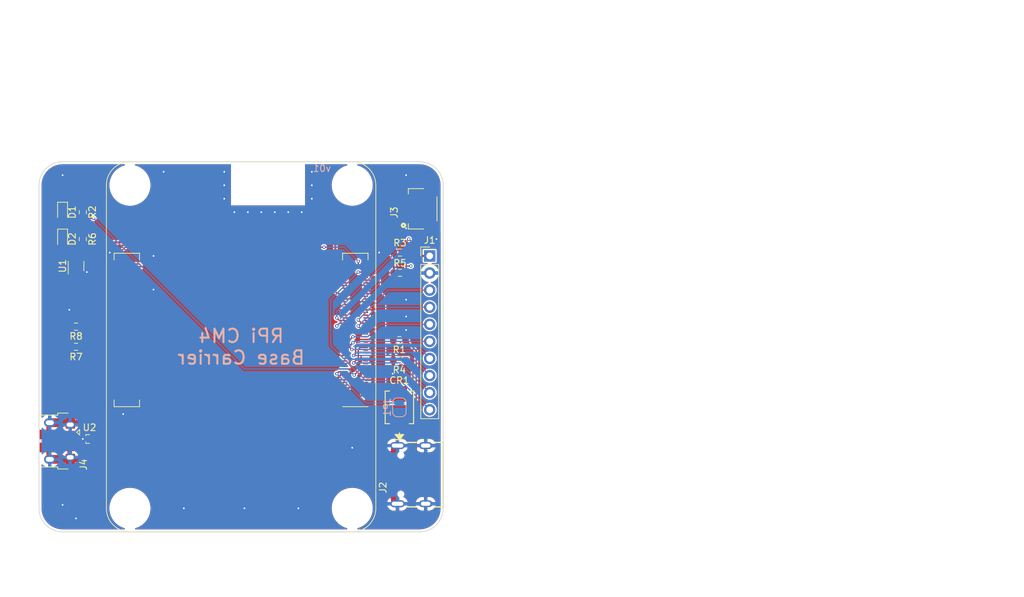
<source format=kicad_pcb>
(kicad_pcb (version 20221018) (generator pcbnew)
  (title_block (title "Raspberry Pi Compute Module 4 Carrier Template") (date "2020-10-31") (rev "v01") (comment 2 "creativecommons.org/licenses/by/4.0/") (comment 3 "License: CC BY-SA 4.0") (comment 4 "Author: Shawn Hymel"))
  (layers (0 "F.Cu" signal) (31 "B.Cu" signal) (34 "B.Paste" user) (35 "F.Paste" user) (36 "B.SilkS" user "B.Silkscreen") (37 "F.SilkS" user "F.Silkscreen") (38 "B.Mask" user) (39 "F.Mask" user) (44 "Edge.Cuts" user))
  (net 0 "")
  (net 1 "Net-(Module1-Pad200)")
  (net 2 "Net-(Module1-Pad199)")
  (net 3 "GND")
  (net 4 "+5V")
  (net 5 "Net-(Module1-Pad196)")
  (net 6 "Net-(Module1-Pad195)")
  (net 7 "Net-(Module1-Pad194)")
  (net 8 "Net-(Module1-Pad193)")
  (net 9 "+3.3V")
  (net 10 "Net-(D1-Pad1)")
  (net 11 "Net-(Module1-Pad190)")
  (net 12 "Net-(Module1-Pad189)")
  (net 13 "Net-(Module1-Pad188)")
  (net 14 "Net-(Module1-Pad187)")
  (net 15 "Net-(D2-Pad1)")
  (net 16 "/CM4 GPIO/nRPIBOOT")
  (net 17 "Net-(Module1-Pad184)")
  (net 18 "Net-(Module1-Pad183)")
  (net 19 "Net-(Module1-Pad182)")
  (net 20 "Net-(Module1-Pad181)")
  (net 21 "/CM4 GPIO/GPIO7")
  (net 22 "/CM4 GPIO/GPIO8")
  (net 23 "Net-(Module1-Pad178)")
  (net 24 "Net-(Module1-Pad177)")
  (net 25 "Net-(Module1-Pad176)")
  (net 26 "Net-(Module1-Pad175)")
  (net 27 "/CM4 GPIO/GPIO11")
  (net 28 "/CM4 GPIO/GPIO9")
  (net 29 "Net-(Module1-Pad172)")
  (net 30 "Net-(Module1-Pad171)")
  (net 31 "Net-(Module1-Pad170)")
  (net 32 "Net-(Module1-Pad169)")
  (net 33 "/CM4 GPIO/GPIO10")
  (net 34 "/CM4 GPIO/GPIO15")
  (net 35 "Net-(Module1-Pad166)")
  (net 36 "Net-(Module1-Pad165)")
  (net 37 "Net-(Module1-Pad164)")
  (net 38 "Net-(Module1-Pad163)")
  (net 39 "/CM4 GPIO/GPIO14")
  (net 40 "Net-(J2-PadB8)")
  (net 41 "Net-(Module1-Pad160)")
  (net 42 "Net-(Module1-Pad159)")
  (net 43 "Net-(Module1-Pad158)")
  (net 44 "Net-(Module1-Pad157)")
  (net 45 "Net-(J2-PadA5)")
  (net 46 "Net-(J2-PadB7)")
  (net 47 "Net-(Module1-Pad154)")
  (net 48 "Net-(Module1-Pad153)")
  (net 49 "Net-(Module1-Pad152)")
  (net 50 "Net-(Module1-Pad151)")
  (net 51 "Net-(J2-PadB5)")
  (net 52 "Net-(Module1-Pad149)")
  (net 53 "Net-(Module1-Pad148)")
  (net 54 "Net-(Module1-Pad147)")
  (net 55 "Net-(Module1-Pad146)")
  (net 56 "Net-(Module1-Pad145)")
  (net 57 "Net-(J2-PadA8)")
  (net 58 "Net-(Module1-Pad143)")
  (net 59 "Net-(Module1-Pad142)")
  (net 60 "Net-(Module1-Pad141)")
  (net 61 "Net-(Module1-Pad140)")
  (net 62 "Net-(Module1-Pad139)")
  (net 63 "Net-(J2-PadB6)")
  (net 64 "Net-(J2-PadA6)")
  (net 65 "Net-(Module1-Pad136)")
  (net 66 "Net-(Module1-Pad135)")
  (net 67 "Net-(Module1-Pad134)")
  (net 68 "Net-(Module1-Pad133)")
  (net 69 "Net-(J2-PadA7)")
  (net 70 "/CM4 GPIO/GPIO2")
  (net 71 "Net-(Module1-Pad130)")
  (net 72 "Net-(Module1-Pad129)")
  (net 73 "Net-(Module1-Pad128)")
  (net 74 "Net-(Module1-Pad127)")
  (net 75 "Net-(J3-PadS1)")
  (net 76 "Net-(J4-Pad4)")
  (net 77 "Net-(Module1-Pad124)")
  (net 78 "Net-(Module1-Pad123)")
  (net 79 "Net-(Module1-Pad122)")
  (net 80 "Net-(Module1-Pad121)")
  (net 81 "/CM4 High Speed/USB2_P")
  (net 82 "/CM4 High Speed/USB2_N")
  (net 83 "Net-(Module1-Pad118)")
  (net 84 "Net-(Module1-Pad117)")
  (net 85 "Net-(Module1-Pad116)")
  (net 86 "Net-(Module1-Pad115)")
  (net 87 "Net-(J4-Pad1)")
  (net 88 "/CM4 GPIO/EEPROM_nWP")
  (net 89 "Net-(Module1-Pad112)")
  (net 90 "Net-(Module1-Pad111)")
  (net 91 "Net-(Module1-Pad110)")
  (net 92 "Net-(Module1-Pad109)")
  (net 93 "/CM4 GPIO/nLED_Activity")
  (net 94 "+1.8V")
  (net 95 "Net-(Module1-Pad106)")
  (net 96 "/CM4 GPIO/nPWR_LED")
  (net 97 "Net-(Module1-Pad104)")
  (net 98 "/CM4 High Speed/USB_OTG_ID")
  (net 99 "Net-(Module1-Pad102)")
  (net 100 "Net-(R6-Pad2)")
  (net 101 "Net-(Module1-Pad100)")
  (net 102 "Net-(Module1-Pad99)")
  (net 103 "Net-(Module1-Pad97)")
  (net 104 "Net-(Module1-Pad96)")
  (net 105 "Net-(Module1-Pad94)")
  (net 106 "Net-(Module1-Pad92)")
  (net 107 "Net-(Module1-Pad91)")
  (net 108 "Net-(Module1-Pad89)")
  (net 109 "Net-(Module1-Pad82)")
  (net 110 "Net-(Module1-Pad80)")
  (net 111 "Net-(Module1-Pad76)")
  (net 112 "Net-(Module1-Pad75)")
  (net 113 "Net-(Module1-Pad73)")
  (net 114 "Net-(Module1-Pad72)")
  (net 115 "Net-(Module1-Pad70)")
  (net 116 "Net-(Module1-Pad69)")
  (net 117 "Net-(Module1-Pad68)")
  (net 118 "Net-(Module1-Pad67)")
  (net 119 "Net-(Module1-Pad64)")
  (net 120 "Net-(Module1-Pad63)")
  (net 121 "Net-(Module1-Pad62)")
  (net 122 "Net-(Module1-Pad61)")
  (net 123 "Net-(Module1-Pad57)")
  (net 124 "/CM4 GPIO/GPIO3")
  (net 125 "Net-(Module1-Pad54)")
  (net 126 "Net-(Module1-Pad50)")
  (net 127 "Net-(Module1-Pad49)")
  (net 128 "Net-(Module1-Pad48)")
  (net 129 "Net-(Module1-Pad47)")
  (net 130 "Net-(Module1-Pad46)")
  (net 131 "Net-(Module1-Pad45)")
  (net 132 "Net-(Module1-Pad41)")
  (net 133 "Net-(Module1-Pad36)")
  (net 134 "Net-(Module1-Pad35)")
  (net 135 "Net-(Module1-Pad34)")
  (net 136 "Net-(Module1-Pad31)")
  (net 137 "Net-(Module1-Pad30)")
  (net 138 "Net-(Module1-Pad29)")
  (net 139 "Net-(Module1-Pad28)")
  (net 140 "Net-(Module1-Pad27)")
  (net 141 "Net-(Module1-Pad26)")
  (net 142 "Net-(Module1-Pad25)")
  (net 143 "Net-(Module1-Pad24)")
  (net 144 "Net-(Module1-Pad19)")
  (net 145 "Net-(Module1-Pad18)")
  (net 146 "Net-(Module1-Pad17)")
  (net 147 "Net-(Module1-Pad16)")
  (net 148 "Net-(Module1-Pad15)")
  (net 149 "Net-(Module1-Pad12)")
  (net 150 "Net-(Module1-Pad11)")
  (net 151 "Net-(Module1-Pad10)")
  (net 152 "Net-(Module1-Pad9)")
  (net 153 "Net-(Module1-Pad6)")
  (net 154 "Net-(Module1-Pad5)")
  (net 155 "Net-(Module1-Pad4)")
  (net 156 "Net-(Module1-Pad3)")
  (footprint "Resistor_SMD:R_0603_1608Metric_Pad0.98x0.95mm_HandSolder" (layer "F.Cu") (at 170.0875 95)
    (fp_text reference "R5")
    (fp_text value "DNP")
  )
  (footprint "Resistor_SMD:R_0603_1608Metric_Pad0.98x0.95mm_HandSolder" (layer "F.Cu") (at 122 106)
    (fp_text reference "R7")
    (fp_text value "2.2K 1%")
  )
  (footprint "Resistor_SMD:R_0603_1608Metric_Pad0.98x0.95mm_HandSolder" (layer "F.Cu") (at 170 108 180)
    (fp_text reference "R4")
    (fp_text value "5.1k")
  )
  (footprint "Fiducial:Fiducial_1mm_Mask2mm" (layer "F.Cu") (at 120 131.5)
    (fp_text reference "REF**" hide)
    (fp_text value "Fiducial_1mm_Mask2mm")
  )
  (footprint "Resistor_SMD:R_0603_1608Metric_Pad0.98x0.95mm_HandSolder" (layer "F.Cu") (at 122 103 180)
    (fp_text reference "R8")
    (fp_text value "2.2K 1%")
  )
  (footprint "footprints:SMBJ5.0A-TR" (layer "F.Cu") (at 170 115 90)
    (fp_text reference "CR1")
    (fp_text value "SMBJ5.0A-TR" hide)
  )
  (footprint "Package_TO_SOT_SMD:SOT-353_SC-70-5" (layer "F.Cu") (at 122 94 90)
    (fp_text reference "U1")
    (fp_text value "74LVC1G07SE-7")
  )
  (footprint "Resistor_SMD:R_0603_1608Metric_Pad0.98x0.95mm_HandSolder" (layer "F.Cu") (at 123 86 -90)
    (fp_text reference "R2")
    (fp_text value "1k")
  )
  (footprint "LED_SMD:LED_0603_1608Metric" (layer "F.Cu") (at 120 90 -90)
    (fp_text reference "D2")
    (fp_text value "LED Red")
  )
  (footprint "USB4105-GF-A:GCT_USB4105-GF-A" (layer "F.Cu") (at 173.9 125 90)
    (fp_text reference "J2")
    (fp_text value "USB4105-GF-A")
  )
  (footprint "LED_SMD:LED_0603_1608Metric" (layer "F.Cu") (at 120 86 -90)
    (fp_text reference "D1")
    (fp_text value "LED Green")
  )
  (footprint "Resistor_SMD:R_0603_1608Metric_Pad0.98x0.95mm_HandSolder" (layer "F.Cu") (at 170 105 180)
    (fp_text reference "R1")
    (fp_text value "5.1k")
  )
  (footprint "Resistor_SMD:R_0603_1608Metric_Pad0.98x0.95mm_HandSolder" (layer "F.Cu") (at 170.0875 92)
    (fp_text reference "R3")
    (fp_text value "DNP")
  )
  (footprint "CM4IO:USB_Micro-B_EDAC_UCON00686" (layer "F.Cu") (at 118.1 120 -90)
    (fp_text reference "J4")
    (fp_text value "USB_OTG")
  )
  (footprint "Resistor_SMD:R_0603_1608Metric_Pad0.98x0.95mm_HandSolder" (layer "F.Cu") (at 123 90 -90)
    (fp_text reference "R6")
    (fp_text value "1k")
  )
  (footprint "Package_TO_SOT_SMD:Texas_DRT-3" (layer "F.Cu") (at 124 119.7 90)
    (fp_text reference "U2")
    (fp_text value "TPD2EUSB30")
  )
  (footprint "Fiducial:Fiducial_1mm_Mask2mm" (layer "F.Cu") (at 173 80.5)
    (fp_text reference "REF**" hide)
    (fp_text value "Fiducial_1mm_Mask2mm")
  )
  (footprint "CM4IO:Raspberry-Pi-4-Compute-Module" (layer "F.Cu") (at 163 82 180)
    (fp_text reference "Module1" hide)
    (fp_text value "ComputeModule4-CM4")
  )
  (footprint "Connector_PinHeader_2.54mm:PinHeader_1x10_P2.54mm_Vertical" (layer "F.Cu") (at 174.5 92.5)
    (fp_text reference "J1")
    (fp_text value "DNP")
  )
  (footprint "SM04B-SRSS-TB_LF__SN_:JST_SM04B-SRSS-TB(LF)(SN)" (layer "F.Cu") (at 171 85.5 90)
    (fp_text reference "J3")
    (fp_text value "SM04B-SRSS-TB(LF)(SN)")
  )
  (footprint "Jumper:SolderJumper-2_P1.3mm_Open_RoundedPad1.0x1.5mm" (layer "B.Cu") (at 170 115 -90)
    (fp_text reference "JP1")
    (fp_text value "SolderJumper_2_Open")
  )
  (gr_line (start 176.5 130) (end 176.5 82) (stroke (width 0.1)) (layer "Edge.Cuts"))
  (gr_arc (start 116.5 82) (mid 117.525126 79.525126) (end 120 78.5) (stroke (width 0.1)) (layer "Edge.Cuts"))
  (gr_line (start 116.5 82) (end 116.5 130) (stroke (width 0.1)) (layer "Edge.Cuts"))
  (gr_line (start 120 133.5) (end 173 133.5) (stroke (width 0.1)) (layer "Edge.Cuts"))
  (gr_arc (start 120 133.5) (mid 117.525126 132.474874) (end 116.5 130) (stroke (width 0.1)) (layer "Edge.Cuts"))
  (gr_line (start 173 78.5) (end 120 78.5) (stroke (width 0.1)) (layer "Edge.Cuts"))
  (gr_arc (start 176.5 130) (mid 175.474874 132.474874) (end 173 133.5) (stroke (width 0.1)) (layer "Edge.Cuts"))
  (gr_arc (start 173 78.5) (mid 175.474874 79.525126) (end 176.5 82) (stroke (width 0.1)) (layer "Edge.Cuts"))
  (gr_text "RPi CM4\nBase Carrier" (at 146.5 106) (layer "B.SilkS") (effects (font (size 2 2) (thickness 0.3)) (justify mirror)))
  (gr_text "v01" (at 158.5 79.5) (layer "B.SilkS") (effects (font (size 1 1)) (justify mirror)))
  (segment (start 122.65 94.95) (end 123.55 94.95) (width 0.2) (layer "F.Cu") (net 3))
  (segment (start 123.55 94.95) (end 123.6 94.9) (width 0.2) (layer "F.Cu") (net 3))
  (segment (start 169.72 120.68) (end 169.15 121.25) (width 0.8) (layer "F.Cu") (net 3))
  (segment (start 169.145 121.8) (end 169.15 121.795) (width 0.2) (layer "F.Cu") (net 3))
  (segment (start 123.575 119.7) (end 123 119.7) (width 0.2) (layer "F.Cu") (net 3))
  (segment (start 169.145 128.745) (end 169.72 129.32) (width 0.8) (layer "F.Cu") (net 3))
  (segment (start 169.15 121.25) (end 169.15 121.5) (width 0.8) (layer "F.Cu") (net 3))
  (segment (start 169.15 121.795) (end 169.15 121.5) (width 0.2) (layer "F.Cu") (net 3))
  (segment (start 171 87) (end 171 88.4) (width 0.2) (layer "F.Cu") (net 3))
  (segment (start 169.145 128.495) (end 169.145 128.745) (width 0.8) (layer "F.Cu") (net 3))
  (via (at 155 130) (size 0.508) (drill 0.254) (layers "F.Cu" "B.Cu") (net 3))
  (via (at 171 103.5) (size 0.508) (drill 0.254) (layers "F.Cu" "B.Cu") (net 3))
  (via (at 127 92) (size 0.508) (drill 0.254) (layers "F.Cu" "B.Cu") (net 3))
  (via (at 171 80.5) (size 0.508) (drill 0.254) (layers "F.Cu" "B.Cu") (net 3))
  (via (at 144 82) (size 0.508) (drill 0.254) (layers "F.Cu" "B.Cu") (net 3))
  (via (at 145.5 86) (size 0.508) (drill 0.254) (layers "F.Cu" "B.Cu") (net 3))
  (via (at 120 80.5) (size 0.508) (drill 0.254) (layers "F.Cu" "B.Cu") (net 3))
  (via (at 157 82) (size 0.508) (drill 0.254) (layers "F.Cu" "B.Cu") (net 3))
  (via (at 122 131.5) (size 0.508) (drill 0.254) (layers "F.Cu" "B.Cu") (net 3))
  (via (at 171 101.5) (size 0.508) (drill 0.254) (layers "F.Cu" "B.Cu") (net 3))
  (via (at 135 80) (size 0.508) (drill 0.254) (layers "F.Cu" "B.Cu") (net 3))
  (via (at 144 84) (size 0.508) (drill 0.254) (layers "F.Cu" "B.Cu") (net 3))
  (via (at 155.5 86) (size 0.508) (drill 0.254) (layers "F.Cu" "B.Cu") (net 3))
  (via (at 133.5 92.5) (size 0.508) (drill 0.254) (layers "F.Cu" "B.Cu") (net 3))
  (via (at 144 80) (size 0.508) (drill 0.254) (layers "F.Cu" "B.Cu") (net 3))
  (via (at 133.5 97.5) (size 0.508) (drill 0.254) (layers "F.Cu" "B.Cu") (net 3))
  (via (at 171 88.4) (size 0.508) (drill 0.254) (layers "F.Cu" "B.Cu") (net 3))
  (via (at 157 84) (size 0.508) (drill 0.254) (layers "F.Cu" "B.Cu") (net 3))
  (via (at 147 130) (size 0.508) (drill 0.254) (layers "F.Cu" "B.Cu") (net 3))
  (via (at 123 119.7) (size 0.508) (drill 0.254) (layers "F.Cu" "B.Cu") (net 3))
  (via (at 129 116) (size 0.508) (drill 0.254) (layers "F.Cu" "B.Cu") (net 3))
  (via (at 138 130) (size 0.508) (drill 0.254) (layers "F.Cu" "B.Cu") (net 3))
  (via (at 153.5 86) (size 0.508) (drill 0.254) (layers "F.Cu" "B.Cu") (net 3))
  (via (at 175.5 90) (size 0.508) (drill 0.254) (layers "F.Cu" "B.Cu") (net 3))
  (via (at 157 80) (size 0.508) (drill 0.254) (layers "F.Cu" "B.Cu") (net 3))
  (via (at 120 129.5) (size 0.508) (drill 0.254) (layers "F.Cu" "B.Cu") (net 3))
  (via (at 147.5 86) (size 0.508) (drill 0.254) (layers "F.Cu" "B.Cu") (net 3))
  (via (at 151.5 86) (size 0.508) (drill 0.254) (layers "F.Cu" "B.Cu") (net 3))
  (via (at 163 121) (size 0.508) (drill 0.254) (layers "F.Cu" "B.Cu") (net 3))
  (via (at 167 92) (size 0.508) (drill 0.254) (layers "F.Cu" "B.Cu") (net 3))
  (via (at 149.5 86) (size 0.508) (drill 0.254) (layers "F.Cu" "B.Cu") (net 3))
  (via (at 169 110) (size 0.508) (drill 0.254) (layers "F.Cu" "B.Cu") (net 3))
  (via (at 123.6 94.9) (size 0.508) (drill 0.254) (layers "F.Cu" "B.Cu") (net 3))
  (via (at 121 100.5) (size 0.508) (drill 0.254) (layers "F.Cu" "B.Cu") (net 3))
  (via (at 171 99) (size 0.508) (drill 0.254) (layers "F.Cu" "B.Cu") (net 3))
  (segment (start 165 96.5) (end 166 96.5) (width 0.2) (layer "F.Cu") (net 4))
  (segment (start 170 116.9939) (end 168.6061 116.9939) (width 1.35) (layer "F.Cu") (net 4))
  (segment (start 165 97.3) (end 166 97.3) (width 0.2) (layer "F.Cu") (net 4))
  (segment (start 166 97.7) (end 166.4 98.1) (width 0.2) (layer "F.Cu") (net 4))
  (segment (start 169.145 122.6) (end 167.25 122.6) (width 0.6) (layer "F.Cu") (net 4))
  (segment (start 166.4 96.9) (end 166.4 96.1) (width 1.35) (layer "F.Cu") (net 4))
  (segment (start 165 97.7) (end 166 97.7) (width 0.2) (layer "F.Cu") (net 4))
  (segment (start 166.4 98.1) (end 166.4 96.9) (width 1.35) (layer "F.Cu") (net 4))
  (segment (start 167.25 122.6) (end 167.2 122.55) (width 0.6) (layer "F.Cu") (net 4))
  (segment (start 165 96.1) (end 166.4 96.1) (width 0.2) (layer "F.Cu") (net 4))
  (segment (start 168.6061 116.9939) (end 167.5061 116.9939) (width 1.35) (layer "F.Cu") (net 4))
  (segment (start 167.2 119.7939) (end 167.2 122.55) (width 1.35) (layer "F.Cu") (net 4))
  (segment (start 168.05 127.4) (end 167.2 126.55) (width 0.6) (layer "F.Cu") (net 4))
  (segment (start 166 97.3) (end 166.4 96.9) (width 0.2) (layer "F.Cu") (net 4))
  (segment (start 167.5061 116.9939) (end 167.2 117.3) (width 1.35) (layer "F.Cu") (net 4))
  (segment (start 169.145 127.4) (end 168.05 127.4) (width 0.6) (layer "F.Cu") (net 4))
  (segment (start 167.2 122.55) (end 167.2 126.55) (width 1.35) (layer "F.Cu") (net 4))
  (segment (start 167.2 119.7939) (end 167.2061 119.7939) (width 0.2) (layer "F.Cu") (net 4))
  (segment (start 165 96.9) (end 166.4 96.9) (width 0.2) (layer "F.Cu") (net 4))
  (segment (start 166 96.5) (end 166.4 96.1) (width 0.2) (layer "F.Cu") (net 4))
  (segment (start 165 98.1) (end 166.4 98.1) (width 0.2) (layer "F.Cu") (net 4))
  (segment (start 167.2 117.3) (end 167.2 98.9) (width 1.35) (layer "F.Cu") (net 4))
  (segment (start 167.2 98.9) (end 166.4 98.1) (width 1.35) (layer "F.Cu") (net 4))
  (segment (start 167.2 119.7939) (end 167.2 117.3) (width 1.35) (layer "F.Cu") (net 4))
  (segment (start 121.3 92.0875) (end 121.35 92.1375) (width 0.3) (layer "F.Cu") (net 9))
  (segment (start 171.5 86) (end 170.930008 86) (width 0.3) (layer "F.Cu") (net 9))
  (segment (start 169.0875 86.9125) (end 169.0875 87.842508) (width 0.3) (layer "F.Cu") (net 9))
  (segment (start 123.6 94) (end 127.1125 90.4875) (width 0.3) (layer "F.Cu") (net 9))
  (segment (start 120 90.7875) (end 121.3 92.0875) (width 0.3) (layer "F.Cu") (net 9))
  (segment (start 172.5 95.9) (end 172.5 93.1) (width 0.3) (layer "F.Cu") (net 9))
  (segment (start 172 96.4) (end 172.5 95.9) (width 0.3) (layer "F.Cu") (net 9))
  (segment (start 169.175 95.975) (end 169.6 96.4) (width 0.3) (layer "F.Cu") (net 9))
  (segment (start 170 86) (end 169.0875 86.9125) (width 0.3) (layer "F.Cu") (net 9))
  (segment (start 169.175 95) (end 169.175 95.975) (width 0.3) (layer "F.Cu") (net 9))
  (segment (start 169.0875 87.842508) (end 169.0875 90.4875) (width 0.3) (layer "F.Cu") (net 9))
  (segment (start 122.3 94) (end 123.6 94) (width 0.3) (layer "F.Cu") (net 9))
  (segment (start 172.5 93.1) (end 173.1 92.5) (width 0.3) (layer "F.Cu") (net 9))
  (segment (start 169.175 95) (end 169.175 92) (width 0.3) (layer "F.Cu") (net 9))
  (segment (start 127.1125 90.4875) (end 160.5125 90.4875) (width 0.3) (layer "F.Cu") (net 9))
  (segment (start 160.8 98.1) (end 160.5 97.8) (width 0.2) (layer "F.Cu") (net 9))
  (segment (start 160.5125 90.4875) (end 169.0875 90.4875) (width 0.3) (layer "F.Cu") (net 9))
  (segment (start 160.5 90.5) (end 160.5125 90.4875) (width 0.3) (layer "F.Cu") (net 9))
  (segment (start 121.35 92.1375) (end 121.35 93.05) (width 0.3) (layer "F.Cu") (net 9))
  (segment (start 160.5 97.8) (end 160.5 96.8) (width 0.3) (layer "F.Cu") (net 9))
  (segment (start 160.6 96.9) (end 160.5 96.8) (width 0.2) (layer "F.Cu") (net 9))
  (segment (start 169.0875 90.4875) (end 169.0875 91.9125) (width 0.3) (layer "F.Cu") (net 9))
  (segment (start 161.92 98.1) (end 160.8 98.1) (width 0.2) (layer "F.Cu") (net 9))
  (segment (start 161.92 96.9) (end 160.6 96.9) (width 0.2) (layer "F.Cu") (net 9))
  (segment (start 119 89.7875) (end 120 90.7875) (width 0.3) (layer "F.Cu") (net 9))
  (segment (start 120 86.7875) (end 119 87.7875) (width 0.3) (layer "F.Cu") (net 9))
  (segment (start 169.0875 91.9125) (end 169.175 92) (width 0.3) (layer "F.Cu") (net 9))
  (segment (start 173.1 92.5) (end 174.5 92.5) (width 0.3) (layer "F.Cu") (net 9))
  (segment (start 119 87.7875) (end 119 89.7875) (width 0.3) (layer "F.Cu") (net 9))
  (segment (start 161.92 96.5) (end 160.5 96.5) (width 0.2) (layer "F.Cu") (net 9))
  (segment (start 160.5 96.5) (end 160.5 90.5) (width 0.3) (layer "F.Cu") (net 9))
  (segment (start 171 86) (end 170 86) (width 0.3) (layer "F.Cu") (net 9))
  (segment (start 121.35 93.05) (end 122.3 94) (width 0.3) (layer "F.Cu") (net 9))
  (segment (start 160.5 96.8) (end 160.5 96.5) (width 0.3) (layer "F.Cu") (net 9))
  (segment (start 169.6 96.4) (end 172 96.4) (width 0.3) (layer "F.Cu") (net 9))
  (segment (start 120 85.2125) (end 122.875 85.2125) (width 0.2) (layer "F.Cu") (net 10))
  (segment (start 122.875 85.2125) (end 123 85.0875) (width 0.2) (layer "F.Cu") (net 10))
  (segment (start 120 89.2125) (end 122.875 89.2125) (width 0.2) (layer "F.Cu") (net 15))
  (segment (start 122.875 89.2125) (end 123 89.0875) (width 0.2) (layer "F.Cu") (net 15))
  (segment (start 165 94.9) (end 163.9 94.9) (width 0.2) (layer "F.Cu") (net 16))
  (via (at 163.9 94.9) (size 0.508) (drill 0.254) (layers "F.Cu" "B.Cu") (net 16))
  (segment (start 159.8 99) (end 159.8 105.819922) (width 0.2) (layer "B.Cu") (net 16))
  (segment (start 163.9 94.9) (end 159.8 99) (width 0.2) (layer "B.Cu") (net 16))
  (segment (start 170.14 111) (end 174.5 115.36) (width 0.2) (layer "B.Cu") (net 16))
  (segment (start 159.8 105.819922) (end 164.980078 111) (width 0.2) (layer "B.Cu") (net 16))
  (segment (start 164.980078 111) (end 170.14 111) (width 0.2) (layer "B.Cu") (net 16))
  (segment (start 165 106.1) (end 164.2 106.1) (width 0.2) (layer "F.Cu") (net 21))
  (segment (start 163.9 107.7) (end 163.2 108.4) (width 0.2) (layer "F.Cu") (net 21))
  (segment (start 163.9 106.4) (end 163.9 107.7) (width 0.2) (layer "F.Cu") (net 21))
  (segment (start 164.2 106.1) (end 163.9 106.4) (width 0.2) (layer "F.Cu") (net 21))
  (via (at 163.2 108.4) (size 0.508) (drill 0.254) (layers "F.Cu" "B.Cu") (net 21))
  (segment (start 170.08 108.4) (end 174.5 112.82) (width 0.2) (layer "B.Cu") (net 21))
  (segment (start 163.2 108.4) (end 170.08 108.4) (width 0.2) (layer "B.Cu") (net 21))
  (segment (start 165 105.7) (end 163.9 105.7) (width 0.2) (layer "F.Cu") (net 22))
  (segment (start 163.5 106.1) (end 163.5 107) (width 0.2) (layer "F.Cu") (net 22))
  (segment (start 163.9 105.7) (end 163.5 106.1) (width 0.2) (layer "F.Cu") (net 22))
  (segment (start 163.5 107) (end 163.2 107.3) (width 0.2) (layer "F.Cu") (net 22))
  (via (at 163.2 107.3) (size 0.508) (drill 0.254) (layers "F.Cu" "B.Cu") (net 22))
  (segment (start 171.52 107.3) (end 174.5 110.28) (width 0.2) (layer "B.Cu") (net 22))
  (segment (start 163.2 107.3) (end 171.52 107.3) (width 0.2) (layer "B.Cu") (net 22))
  (segment (start 162.646 106.1) (end 162.946 106.4) (width 0.2) (layer "F.Cu") (net 27))
  (segment (start 161.92 106.1) (end 162.646 106.1) (width 0.2) (layer "F.Cu") (net 27))
  (via (at 162.946 106.4) (size 0.508) (drill 0.254) (layers "F.Cu" "B.Cu") (net 27))
  (segment (start 162.946 106.4) (end 173.16 106.4) (width 0.2) (layer "B.Cu") (net 27))
  (segment (start 173.16 106.4) (end 174.5 107.74) (width 0.2) (layer "B.Cu") (net 27))
  (segment (start 161.92 105.7) (end 162.8 105.7) (width 0.2) (layer "F.Cu") (net 28))
  (segment (start 162.8 105.7) (end 163.1 105.4) (width 0.2) (layer "F.Cu") (net 28))
  (via (at 163.1 105.4) (size 0.508) (drill 0.254) (layers "F.Cu" "B.Cu") (net 28))
  (segment (start 163.1 105.4) (end 163.3 105.2) (width 0.2) (layer "B.Cu") (net 28))
  (segment (start 163.3 105.2) (end 174.5 105.2) (width 0.2) (layer "B.Cu") (net 28))
  (segment (start 161.92 104.9) (end 162.7 104.9) (width 0.2) (layer "F.Cu") (net 33))
  (segment (start 162.7 104.9) (end 163.1 104.5) (width 0.2) (layer "F.Cu") (net 33))
  (via (at 163.1 104.5) (size 0.508) (drill 0.254) (layers "F.Cu" "B.Cu") (net 33))
  (segment (start 163.1 104.5) (end 165.3 104.5) (width 0.2) (layer "B.Cu") (net 33))
  (segment (start 165.3 104.5) (end 167.14 102.66) (width 0.2) (layer "B.Cu") (net 33))
  (segment (start 167.14 102.66) (end 174.5 102.66) (width 0.2) (layer "B.Cu") (net 33))
  (segment (start 164.3 103.3) (end 163.9 102.9) (width 0.2) (layer "F.Cu") (net 34))
  (segment (start 165 103.3) (end 164.3 103.3) (width 0.2) (layer "F.Cu") (net 34))
  (via (at 163.9 102.9) (size 0.508) (drill 0.254) (layers "F.Cu" "B.Cu") (net 34))
  (segment (start 166.68 100.12) (end 174.5 100.12) (width 0.2) (layer "B.Cu") (net 34))
  (segment (start 163.9 102.9) (end 166.2 100.6) (width 0.2) (layer "B.Cu") (net 34))
  (segment (start 166.2 100.6) (end 166.68 100.12) (width 0.2) (layer "B.Cu") (net 34))
  (segment (start 165 102.5) (end 164.4 102.5) (width 0.2) (layer "F.Cu") (net 39))
  (segment (start 164.4 102.5) (end 163.9 102) (width 0.2) (layer "F.Cu") (net 39))
  (via (at 163.9 102) (size 0.508) (drill 0.254) (layers "F.Cu" "B.Cu") (net 39))
  (segment (start 168.32 97.58) (end 174.5 97.58) (width 0.2) (layer "B.Cu") (net 39))
  (segment (start 163.9 102) (end 168.32 97.58) (width 0.2) (layer "B.Cu") (net 39))
  (segment (start 170.9125 105) (end 172.5 106.5875) (width 0.2) (layer "F.Cu") (net 45))
  (segment (start 172.5 124.5) (end 170.75 126.25) (width 0.2) (layer "F.Cu") (net 45))
  (segment (start 170.75 126.25) (end 169.145 126.25) (width 0.2) (layer "F.Cu") (net 45))
  (segment (start 172.5 106.5875) (end 172.5 124.5) (width 0.2) (layer "F.Cu") (net 45))
  (segment (start 172 121.255002) (end 172 109.0875) (width 0.2) (layer "F.Cu") (net 51))
  (segment (start 169.145 123.25) (end 170.005002 123.25) (width 0.2) (layer "F.Cu") (net 51))
  (segment (start 170.005002 123.25) (end 172 121.255002) (width 0.2) (layer "F.Cu") (net 51))
  (segment (start 172 109.0875) (end 170.9125 108) (width 0.2) (layer "F.Cu") (net 51))
  (segment (start 172.6 85) (end 172.9 85.3) (width 0.2) (layer "F.Cu") (net 70))
  (segment (start 172.2 90.8) (end 172.9 90.1) (width 0.2) (layer "F.Cu") (net 70))
  (segment (start 171 92) (end 172.2 90.8) (width 0.2) (layer "F.Cu") (net 70))
  (segment (start 161.92 102.1) (end 161.1 102.1) (width 0.2) (layer "F.Cu") (net 70))
  (segment (start 171 85) (end 172.6 85) (width 0.2) (layer "F.Cu") (net 70))
  (segment (start 161.1 102.1) (end 160.7 101.7) (width 0.2) (layer "F.Cu") (net 70))
  (segment (start 172.9 85.3) (end 172.9 85.90072) (width 0.2) (layer "F.Cu") (net 70))
  (segment (start 172.9 90.1) (end 172.9 85.90072) (width 0.2) (layer "F.Cu") (net 70))
  (segment (start 171.4 90) (end 172.2 90.8) (width 0.2) (layer "F.Cu") (net 70))
  (via (at 160.7 101.7) (size 0.508) (drill 0.254) (layers "F.Cu" "B.Cu") (net 70))
  (via (at 171.4 90) (size 0.508) (drill 0.254) (layers "F.Cu" "B.Cu") (net 70))
  (segment (start 160.7 101.7) (end 160.7 100.7) (width 0.2) (layer "B.Cu") (net 70))
  (segment (start 160.7 100.7) (end 171.4 90) (width 0.2) (layer "B.Cu") (net 70))
  (segment (start 174.875 82.7) (end 174.875 88.3) (width 0.2) (layer "F.Cu") (net 75))
  (segment (start 131.08 112.5) (end 131.75 112.5) (width 0.2) (layer "F.Cu") (net 81))
  (segment (start 132.1 112.15) (end 133.038094 112.15) (width 0.75) (layer "F.Cu") (net 81))
  (segment (start 120.92 120) (end 122.480078 120) (width 0.2) (layer "F.Cu") (net 81))
  (segment (start 131.75 112.5) (end 132 112.25) (width 0.2) (layer "F.Cu") (net 81))
  (segment (start 125.489087 120.05) (end 125.582952 120.143865) (width 0.2) (layer "F.Cu") (net 81))
  (segment (start 134.0512 115.486894) (end 129.394229 120.143865) (width 0.75) (layer "F.Cu") (net 81))
  (segment (start 123.745279 120.254001) (end 123.94928 120.05) (width 0.2) (layer "F.Cu") (net 81))
  (segment (start 122.734079 120.254001) (end 123.745279 120.254001) (width 0.2) (layer "F.Cu") (net 81))
  (segment (start 129.394229 120.143865) (end 125.582952 120.143865) (width 0.75) (layer "F.Cu") (net 81))
  (segment (start 124.425 120.05) (end 125.489087 120.05) (width 0.2) (layer "F.Cu") (net 81))
  (segment (start 132 112.25) (end 132.1 112.15) (width 0.2) (layer "F.Cu") (net 81))
  (segment (start 134.0512 113.163106) (end 134.0512 115.486894) (width 0.75) (layer "F.Cu") (net 81))
  (segment (start 123.94928 120.05) (end 124.425 120.05) (width 0.2) (layer "F.Cu") (net 81))
  (segment (start 122.480078 120) (end 122.734079 120.254001) (width 0.2) (layer "F.Cu") (net 81))
  (segment (start 133.038094 112.15) (end 134.0512 113.163106) (width 0.75) (layer "F.Cu") (net 81))
  (segment (start 133.1488 115.113106) (end 129.020441 119.241465) (width 0.75) (layer "F.Cu") (net 82))
  (segment (start 131.08 112.9) (end 131.75 112.9) (width 0.2) (layer "F.Cu") (net 82))
  (segment (start 122.530078 119.35) (end 122.734079 119.145999) (width 0.2) (layer "F.Cu") (net 82))
  (segment (start 123.745279 119.145999) (end 123.94928 119.35) (width 0.2) (layer "F.Cu") (net 82))
  (segment (start 122.734079 119.145999) (end 123.745279 119.145999) (width 0.2) (layer "F.Cu") (net 82))
  (segment (start 120.92 119.35) (end 122.530078 119.35) (width 0.2) (layer "F.Cu") (net 82))
  (segment (start 125.474417 119.35) (end 125.582952 119.241465) (width 0.2) (layer "F.Cu") (net 82))
  (segment (start 132.861906 113.25) (end 133.1488 113.536894) (width 0.75) (layer "F.Cu") (net 82))
  (segment (start 132.1 113.25) (end 132.861906 113.25) (width 0.75) (layer "F.Cu") (net 82))
  (segment (start 132 113.15) (end 132.1 113.25) (width 0.2) (layer "F.Cu") (net 82))
  (segment (start 129.020441 119.241465) (end 125.582952 119.241465) (width 0.75) (layer "F.Cu") (net 82))
  (segment (start 124.425 119.35) (end 125.474417 119.35) (width 0.2) (layer "F.Cu") (net 82))
  (segment (start 131.75 112.9) (end 132 113.15) (width 0.2) (layer "F.Cu") (net 82))
  (segment (start 133.1488 113.536894) (end 133.1488 115.113106) (width 0.75) (layer "F.Cu") (net 82))
  (segment (start 123.94928 119.35) (end 124.425 119.35) (width 0.2) (layer "F.Cu") (net 82))
  (segment (start 122.4 118.7) (end 120.92 118.7) (width 0.2) (layer "F.Cu") (net 87))
  (segment (start 123.1 114.4) (end 123.1 118) (width 0.2) (layer "F.Cu") (net 87))
  (segment (start 121.0875 112.3875) (end 123.1 114.4) (width 0.2) (layer "F.Cu") (net 87))
  (segment (start 123.1 118) (end 122.4 118.7) (width 0.2) (layer "F.Cu") (net 87))
  (segment (start 121.0875 106) (end 121.0875 112.3875) (width 0.2) (layer "F.Cu") (net 87))
  (segment (start 161 109.7) (end 160.7 110) (width 0.2) (layer "F.Cu") (net 88))
  (segment (start 161.3 109.7) (end 161 109.7) (width 0.2) (layer "F.Cu") (net 88))
  (segment (start 161.92 109.7) (end 161.3 109.7) (width 0.2) (layer "F.Cu") (net 88))
  (via (at 160.7 110) (size 0.508) (drill 0.254) (layers "F.Cu" "B.Cu") (net 88))
  (segment (start 160.7 110) (end 165.05 114.35) (width 0.2) (layer "B.Cu") (net 88))
  (segment (start 165.05 114.35) (end 170 114.35) (width 0.2) (layer "B.Cu") (net 88))
  (segment (start 124.6 86.9) (end 123.0125 86.9) (width 0.2) (layer "F.Cu") (net 93))
  (segment (start 164.2 109.3) (end 163.3 110.2) (width 0.2) (layer "F.Cu") (net 93))
  (segment (start 165 109.3) (end 164.2 109.3) (width 0.2) (layer "F.Cu") (net 93))
  (segment (start 123.0125 86.9) (end 123 86.9125) (width 0.2) (layer "F.Cu") (net 93))
  (via (at 124.6 86.9) (size 0.508) (drill 0.254) (layers "F.Cu" "B.Cu") (net 93))
  (via (at 163.3 110.2) (size 0.508) (drill 0.254) (layers "F.Cu" "B.Cu") (net 93))
  (segment (start 147 109.3) (end 124.6 86.9) (width 0.2) (layer "B.Cu") (net 93))
  (segment (start 163.3 110.2) (end 162.4 109.3) (width 0.2) (layer "B.Cu") (net 93))
  (segment (start 162.4 109.3) (end 147 109.3) (width 0.2) (layer "B.Cu") (net 93))
  (segment (start 161.92 96.1) (end 161.92 95.7) (width 0.2) (layer "F.Cu") (net 94))
  (segment (start 122 94.95) (end 122 95.24928) (width 0.2) (layer "F.Cu") (net 96))
  (segment (start 122 95.24928) (end 122.65072 95.9) (width 0.2) (layer "F.Cu") (net 96))
  (segment (start 165 94.5) (end 164.4 94.5) (width 0.2) (layer "F.Cu") (net 96))
  (segment (start 129.3 91.2) (end 158.8 91.2) (width 0.2) (layer "F.Cu") (net 96))
  (segment (start 163.9 94) (end 163.9 93.3) (width 0.2) (layer "F.Cu") (net 96))
  (segment (start 122.65072 95.9) (end 124.6 95.9) (width 0.2) (layer "F.Cu") (net 96))
  (segment (start 164.4 94.5) (end 163.9 94) (width 0.2) (layer "F.Cu") (net 96))
  (segment (start 124.6 95.9) (end 129.3 91.2) (width 0.2) (layer "F.Cu") (net 96))
  (via (at 163.9 93.3) (size 0.508) (drill 0.254) (layers "F.Cu" "B.Cu") (net 96))
  (via (at 158.8 91.2) (size 0.508) (drill 0.254) (layers "F.Cu" "B.Cu") (net 96))
  (segment (start 158.8 91.2) (end 161.8 91.2) (width 0.2) (layer "B.Cu") (net 96))
  (segment (start 161.8 91.2) (end 163.9 93.3) (width 0.2) (layer "B.Cu") (net 96))
  (segment (start 122.9125 103) (end 122.9125 106) (width 0.2) (layer "F.Cu") (net 98))
  (segment (start 131.08 113.3) (end 130.48 113.9) (width 0.2) (layer "F.Cu") (net 98))
  (segment (start 124.6 113.9) (end 122.9125 112.2125) (width 0.2) (layer "F.Cu") (net 98))
  (segment (start 130.48 113.9) (end 124.6 113.9) (width 0.2) (layer "F.Cu") (net 98))
  (segment (start 122.9125 112.2125) (end 122.9125 106) (width 0.2) (layer "F.Cu") (net 98))
  (segment (start 122.65 92.25) (end 123 91.9) (width 0.2) (layer "F.Cu") (net 100))
  (segment (start 122.65 93.05) (end 122.65 92.25) (width 0.2) (layer "F.Cu") (net 100))
  (segment (start 123 91.9) (end 123 90.9125) (width 0.2) (layer "F.Cu") (net 100))
  (segment (start 161.1 102.5) (end 160.7 102.9) (width 0.2) (layer "F.Cu") (net 124))
  (segment (start 171.7 94) (end 171 94) (width 0.2) (layer "F.Cu") (net 124))
  (segment (start 173.30001 84.50001) (end 172.8 84) (width 0.2) (layer "F.Cu") (net 124))
  (segment (start 171 95) (end 171 94) (width 0.2) (layer "F.Cu") (net 124))
  (segment (start 173.30001 91.129989) (end 173.30001 84.50001) (width 0.2) (layer "F.Cu") (net 124))
  (segment (start 171 84) (end 172.8 84) (width 0.2) (layer "F.Cu") (net 124))
  (segment (start 171 94) (end 171 93.429999) (width 0.2) (layer "F.Cu") (net 124))
  (segment (start 161.92 102.5) (end 161.1 102.5) (width 0.2) (layer "F.Cu") (net 124))
  (segment (start 171 93.429999) (end 173.30001 91.129989) (width 0.2) (layer "F.Cu") (net 124))
  (via (at 171.7 94) (size 0.508) (drill 0.254) (layers "F.Cu" "B.Cu") (net 124))
  (via (at 160.7 102.9) (size 0.508) (drill 0.254) (layers "F.Cu" "B.Cu") (net 124))
  (segment (start 160.7 102.9) (end 169.6 94) (width 0.2) (layer "B.Cu") (net 124))
  (segment (start 169.6 94) (end 171.7 94) (width 0.2) (layer "B.Cu") (net 124))
  (zone (net 0) (net_name "") (layers "F&B.Cu") (name "Wireless Keepout") (connect_pads (clearance 0)) (min_thickness 0.254)
    (keepout (tracks not_allowed) (vias not_allowed) (pads not_allowed) (copperpour not_allowed) (footprints not_allowed))
    (fill (thermal_gap 0.508) (thermal_bridge_width 0.508))
    (polygon (pts (xy 156 85) (xy 145 85) (xy 145 78.5) (xy 156 78.5)))
  )
  (zone (net 3) (net_name "GND") (layers "F&B.Cu") (connect_pads (clearance 0.2)) (min_thickness 0.18) (fill yes (thermal_gap 0.508) (thermal_bridge_width 0.508))
    (polygon (pts (xy 178 134) (xy 116 134) (xy 116 78) (xy 177 78)))
  )
)
</source>
